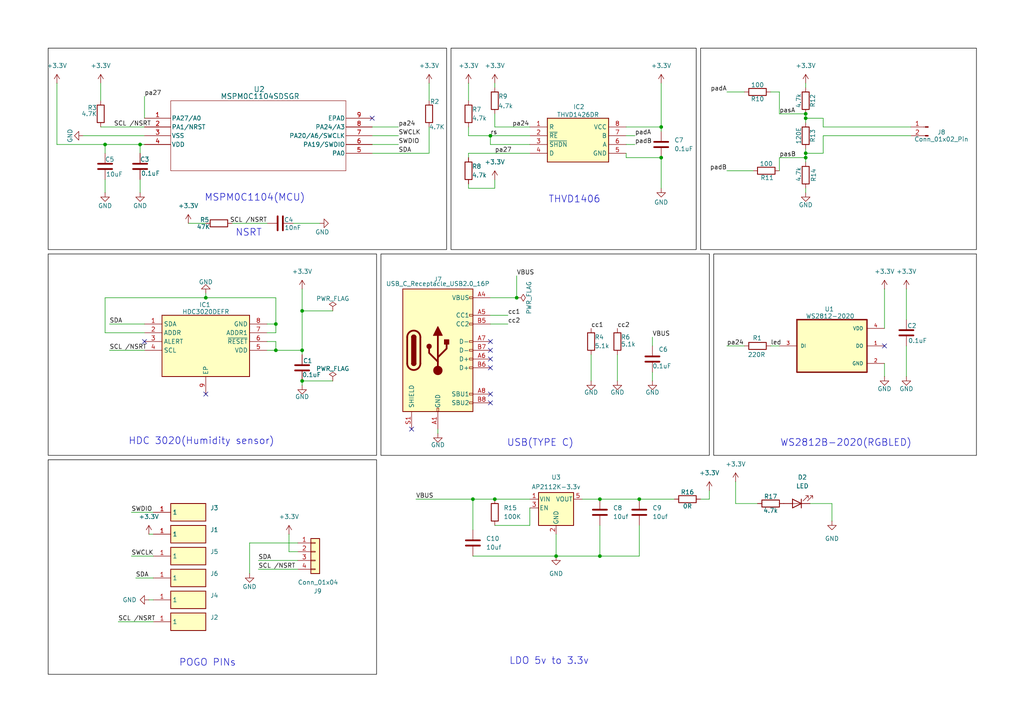
<source format=kicad_sch>
(kicad_sch (version 20250114) (generator "eeschema") (generator_version "9.0")
  (paper "A4")
  (title_block (title "MSPM0C1104_RS485") (date "2025-08-08") (company "PCB CUPID") (comment 1 "License :  CC BY - SA 4.0"))
  (lib_symbols
    (symbol "Connector:Conn_01x02_Pin" (pin_names (offset 1.016) (hide yes))
      (property "Reference" "J" (at 0 2.54 0))
      (property "Value" "Conn_01x02_Pin" (at 0 -5.08 0))
      (symbol "Conn_01x02_Pin_1_1"
        (rectangle (start 0.8636 0.127) (end 0 -0.127) (stroke (width 0.1524)) (fill (type outline)))
        (rectangle (start 0.8636 -2.413) (end 0 -2.667) (stroke (width 0.1524)) (fill (type outline)))
        (polyline (pts (xy 1.27 0) (xy 0.8636 0)) (stroke (width 0.1524)))
        (polyline (pts (xy 1.27 -2.54) (xy 0.8636 -2.54)) (stroke (width 0.1524)))
        (pin passive line (at 5.08 0 180) (length 3.81) (name "Pin_1") (number "1"))
        (pin passive line (at 5.08 -2.54 180) (length 3.81) (name "Pin_2") (number "2"))
      )
    )
    (symbol "Connector:USB_C_Receptacle_USB2.0_16P" (pin_names (offset 1.016))
      (property "Reference" "J" (at 0 22.225 0))
      (property "Value" "USB_C_Receptacle_USB2.0_16P" (at 0 19.685 0))
      (symbol "USB_C_Receptacle_USB2.0_16P_0_0"
        (rectangle (start -0.254 -17.78) (end 0.254 -16.764))
        (rectangle (start 10.16 15.494) (end 9.144 14.986))
        (rectangle (start 10.16 10.414) (end 9.144 9.906))
        (rectangle (start 10.16 7.874) (end 9.144 7.366))
        (rectangle (start 10.16 2.794) (end 9.144 2.286))
        (rectangle (start 10.16 0.254) (end 9.144 -0.254))
        (rectangle (start 10.16 -2.286) (end 9.144 -2.794))
        (rectangle (start 10.16 -4.826) (end 9.144 -5.334))
        (rectangle (start 10.16 -12.446) (end 9.144 -12.954))
        (rectangle (start 10.16 -14.986) (end 9.144 -15.494))
      )
      (symbol "USB_C_Receptacle_USB2.0_16P_0_1"
        (rectangle (start -10.16 17.78) (end 10.16 -17.78) (stroke (width 0.254)) (fill (type background)))
        (polyline (pts (xy -8.89 -3.81) (xy -8.89 3.81)) (stroke (width 0.508)))
        (rectangle (start -7.62 -3.81) (end -6.35 3.81) (stroke (width 0.254)) (fill (type outline)))
        (arc (start -7.62 3.81) (mid -6.985 4.4423) (end -6.35 3.81) (stroke (width 0.254)))
        (arc (start -7.62 3.81) (mid -6.985 4.4423) (end -6.35 3.81) (stroke (width 0.254)) (fill (type outline)))
        (arc (start -8.89 3.81) (mid -6.985 5.7067) (end -5.08 3.81) (stroke (width 0.508)))
        (arc (start -5.08 -3.81) (mid -6.985 -5.7067) (end -8.89 -3.81) (stroke (width 0.508)))
        (arc (start -6.35 -3.81) (mid -6.985 -4.4423) (end -7.62 -3.81) (stroke (width 0.254)))
        (arc (start -6.35 -3.81) (mid -6.985 -4.4423) (end -7.62 -3.81) (stroke (width 0.254)) (fill (type outline)))
        (polyline (pts (xy -5.08 3.81) (xy -5.08 -3.81)) (stroke (width 0.508)))
        (circle (center -2.54 1.143) (radius 0.635) (stroke (width 0.254)) (fill (type outline)))
        (polyline (pts (xy -1.27 4.318) (xy 0 6.858) (xy 1.27 4.318) (xy -1.27 4.318)) (stroke (width 0.254)) (fill (type outline)))
        (polyline (pts (xy 0 -2.032) (xy 2.54 0.508) (xy 2.54 1.778)) (stroke (width 0.508)))
        (polyline (pts (xy 0 -3.302) (xy -2.54 -0.762) (xy -2.54 0.508)) (stroke (width 0.508)))
        (polyline (pts (xy 0 -5.842) (xy 0 4.318)) (stroke (width 0.508)))
        (circle (center 0 -5.842) (radius 1.27) (fill (type outline)))
        (rectangle (start 1.905 1.778) (end 3.175 3.048) (stroke (width 0.254)) (fill (type outline)))
      )
      (symbol "USB_C_Receptacle_USB2.0_16P_1_1"
        (pin passive line (at -7.62 -22.86 90) (length 5.08) (name "SHIELD") (number "S1"))
        (pin passive line (at 0 -22.86 90) (length 5.08) (name "GND") (number "A1"))
        (pin passive line (at 0 -22.86 90) (length 5.08) (hide yes) (name "GND") (number "A12"))
        (pin passive line (at 0 -22.86 90) (length 5.08) (hide yes) (name "GND") (number "B1"))
        (pin passive line (at 0 -22.86 90) (length 5.08) (hide yes) (name "GND") (number "B12"))
        (pin passive line (at 15.24 15.24 180) (length 5.08) (name "VBUS") (number "A4"))
        (pin passive line (at 15.24 15.24 180) (length 5.08) (hide yes) (name "VBUS") (number "A9"))
        (pin passive line (at 15.24 15.24 180) (length 5.08) (hide yes) (name "VBUS") (number "B4"))
        (pin passive line (at 15.24 15.24 180) (length 5.08) (hide yes) (name "VBUS") (number "B9"))
        (pin bidirectional line (at 15.24 10.16 180) (length 5.08) (name "CC1") (number "A5"))
        (pin bidirectional line (at 15.24 7.62 180) (length 5.08) (name "CC2") (number "B5"))
        (pin bidirectional line (at 15.24 2.54 180) (length 5.08) (name "D-") (number "A7"))
        (pin bidirectional line (at 15.24 0 180) (length 5.08) (name "D-") (number "B7"))
        (pin bidirectional line (at 15.24 -2.54 180) (length 5.08) (name "D+") (number "A6"))
        (pin bidirectional line (at 15.24 -5.08 180) (length 5.08) (name "D+") (number "B6"))
        (pin bidirectional line (at 15.24 -12.7 180) (length 5.08) (name "SBU1") (number "A8"))
        (pin bidirectional line (at 15.24 -15.24 180) (length 5.08) (name "SBU2") (number "B8"))
      )
    )
    (symbol "Connector_Generic:Conn_01x04" (pin_names (offset 1.016) (hide yes))
      (property "Reference" "J" (at 0 5.08 0))
      (property "Value" "Conn_01x04" (at 0 -7.62 0))
      (symbol "Conn_01x04_1_1"
        (rectangle (start -1.27 3.81) (end 1.27 -6.35) (stroke (width 0.254)) (fill (type background)))
        (rectangle (start -1.27 2.667) (end 0 2.413) (stroke (width 0.1524)))
        (rectangle (start -1.27 0.127) (end 0 -0.127) (stroke (width 0.1524)))
        (rectangle (start -1.27 -2.413) (end 0 -2.667) (stroke (width 0.1524)))
        (rectangle (start -1.27 -4.953) (end 0 -5.207) (stroke (width 0.1524)))
        (pin passive line (at -5.08 2.54 0) (length 3.81) (name "Pin_1") (number "1"))
        (pin passive line (at -5.08 0 0) (length 3.81) (name "Pin_2") (number "2"))
        (pin passive line (at -5.08 -2.54 0) (length 3.81) (name "Pin_3") (number "3"))
        (pin passive line (at -5.08 -5.08 0) (length 3.81) (name "Pin_4") (number "4"))
      )
    )
    (symbol "Device:C" (pin_numbers (hide yes)) (pin_names (offset 0.254))
      (property "Reference" "C" (at 0.635 2.54 0))
      (property "Value" "C" (at 0.635 -2.54 0))
      (symbol "C_0_1"
        (polyline (pts (xy -2.032 0.762) (xy 2.032 0.762)) (stroke (width 0.508)))
        (polyline (pts (xy -2.032 -0.762) (xy 2.032 -0.762)) (stroke (width 0.508)))
      )
      (symbol "C_1_1"
        (pin passive line (at 0 3.81 270) (length 2.794) (name "~") (number "1"))
        (pin passive line (at 0 -3.81 90) (length 2.794) (name "~") (number "2"))
      )
    )
    (symbol "Device:LED" (pin_numbers (hide yes)) (pin_names (offset 1.016) (hide yes))
      (property "Reference" "D" (at 0 2.54 0))
      (property "Value" "LED" (at 0 -2.54 0))
      (symbol "LED_0_1"
        (polyline (pts (xy -3.048 -0.762) (xy -4.572 -2.286) (xy -3.81 -2.286) (xy -4.572 -2.286) (xy -4.572 -1.524)))
        (polyline (pts (xy -1.778 -0.762) (xy -3.302 -2.286) (xy -2.54 -2.286) (xy -3.302 -2.286) (xy -3.302 -1.524)))
        (polyline (pts (xy -1.27 0) (xy 1.27 0)))
        (polyline (pts (xy -1.27 -1.27) (xy -1.27 1.27)) (stroke (width 0.254)))
        (polyline (pts (xy 1.27 -1.27) (xy 1.27 1.27) (xy -1.27 0) (xy 1.27 -1.27)) (stroke (width 0.254)))
      )
      (symbol "LED_1_1"
        (pin passive line (at -3.81 0 0) (length 2.54) (name "K") (number "1"))
        (pin passive line (at 3.81 0 180) (length 2.54) (name "A") (number "2"))
      )
    )
    (symbol "Device:R" (pin_numbers (hide yes)) (pin_names (offset 0))
      (property "Reference" "R" (at 2.032 0 90))
      (property "Value" "R" (at 0 0 90))
      (symbol "R_0_1"
        (rectangle (start -1.016 -2.54) (end 1.016 2.54) (stroke (width 0.254)))
      )
      (symbol "R_1_1"
        (pin passive line (at 0 3.81 270) (length 1.27) (name "~") (number "1"))
        (pin passive line (at 0 -3.81 90) (length 1.27) (name "~") (number "2"))
      )
    )
    (symbol "HDC3020DPER:HDC3020DEFR"
      (property "Reference" "IC" (at 31.75 7.62 0))
      (property "Value" "HDC3020DEFR" (at 31.75 5.08 0))
      (symbol "HDC3020DEFR_1_1"
        (rectangle (start 5.08 2.54) (end 30.48 -15.24) (stroke (width 0.254)) (fill (type background)))
        (pin passive line (at 0 0 0) (length 5.08) (name "SDA") (number "1"))
        (pin passive line (at 0 -2.54 0) (length 5.08) (name "ADDR") (number "2"))
        (pin passive line (at 0 -5.08 0) (length 5.08) (name "ALERT") (number "3"))
        (pin passive line (at 0 -7.62 0) (length 5.08) (name "SCL") (number "4"))
        (pin passive line (at 17.78 -20.32 90) (length 5.08) (name "EP") (number "9"))
        (pin passive line (at 35.56 0 180) (length 5.08) (name "GND") (number "8"))
        (pin passive line (at 35.56 -2.54 180) (length 5.08) (name "ADDR1") (number "7"))
        (pin passive line (at 35.56 -5.08 180) (length 5.08) (name "~{RESET}") (number "6"))
        (pin passive line (at 35.56 -7.62 180) (length 5.08) (name "VDD") (number "5"))
      )
    )
    (symbol "RGB_LED_WS2812-2020:WS2812-2020" (pin_names (offset 1.016))
      (property "Reference" "U" (at -10.16 7.62 0))
      (property "Value" "WS2812-2020" (at -10.16 -10.16 0))
      (symbol "WS2812-2020_0_0"
        (rectangle (start -10.16 -7.62) (end 10.16 7.62) (stroke (width 0.4064)) (fill (type background)))
        (pin input line (at -15.24 0 0) (length 5.08) (name "DI") (number "3"))
        (pin power_in line (at 15.24 5.08 180) (length 5.08) (name "VDD") (number "4"))
        (pin output line (at 15.24 0 180) (length 5.08) (name "DO") (number "1"))
        (pin power_in line (at 15.24 -5.08 180) (length 5.08) (name "GND") (number "2"))
      )
    )
    (symbol "Regulator_Linear:AP2112K-3.3" (pin_names (offset 0.254))
      (property "Reference" "U" (at -5.08 5.715 0))
      (property "Value" "AP2112K-3.3" (at 0 5.715 0))
      (symbol "AP2112K-3.3_0_1"
        (rectangle (start -5.08 4.445) (end 5.08 -5.08) (stroke (width 0.254)) (fill (type background)))
      )
      (symbol "AP2112K-3.3_1_1"
        (pin power_in line (at -7.62 2.54 0) (length 2.54) (name "VIN") (number "1"))
        (pin input line (at -7.62 0 0) (length 2.54) (name "EN") (number "3"))
        (pin power_in line (at 0 -7.62 90) (length 2.54) (name "GND") (number "2"))
        (pin no_connect line (at 5.08 0 180) (length 2.54) (hide yes) (name "NC") (number "4"))
        (pin power_out line (at 7.62 2.54 180) (length 2.54) (name "VOUT") (number "5"))
      )
    )
    (symbol "THVD1406 TI:THVD1426DR"
      (property "Reference" "IC" (at 24.13 7.62 0))
      (property "Value" "THVD1426DR" (at 24.13 5.08 0))
      (symbol "THVD1426DR_1_1"
        (rectangle (start 5.08 2.54) (end 22.86 -10.16) (stroke (width 0.254)) (fill (type background)))
        (pin passive line (at 0 0 0) (length 5.08) (name "R") (number "1"))
        (pin passive line (at 0 -2.54 0) (length 5.08) (name "~{RE}") (number "2"))
        (pin passive line (at 0 -5.08 0) (length 5.08) (name "~{SHDN}") (number "3"))
        (pin passive line (at 0 -7.62 0) (length 5.08) (name "D") (number "4"))
        (pin passive line (at 27.94 0 180) (length 5.08) (name "VCC") (number "8"))
        (pin passive line (at 27.94 -2.54 180) (length 5.08) (name "B") (number "7"))
        (pin passive line (at 27.94 -5.08 180) (length 5.08) (name "A") (number "6"))
        (pin passive line (at 27.94 -7.62 180) (length 5.08) (name "GND") (number "5"))
      )
    )
    (symbol "mcu_mspwson:MSPM0C1104SDSGR" (pin_names (offset 0.254))
      (property "Reference" "U" (at 33.02 10.16 0))
      (property "Value" "MSPM0C1104SDSGR" (at 33.02 7.62 0))
      (symbol "MSPM0C1104SDSGR_0_1"
        (polyline (pts (xy 7.62 5.08) (xy 7.62 -15.24)) (stroke (width 0.127)))
        (polyline (pts (xy 7.62 -15.24) (xy 58.42 -15.24)) (stroke (width 0.127)))
        (polyline (pts (xy 58.42 5.08) (xy 7.62 5.08)) (stroke (width 0.127)))
        (polyline (pts (xy 58.42 -15.24) (xy 58.42 5.08)) (stroke (width 0.127)))
        (pin bidirectional line (at 0 0 0) (length 7.62) (name "PA27/A0") (number "1"))
        (pin bidirectional line (at 0 -2.54 0) (length 7.62) (name "PA1/NRST") (number "2"))
        (pin power_in line (at 0 -5.08 0) (length 7.62) (name "VSS") (number "3"))
        (pin power_in line (at 0 -7.62 0) (length 7.62) (name "VDD") (number "4"))
        (pin power_out line (at 66.04 0 180) (length 7.62) (name "EPAD") (number "9"))
        (pin bidirectional line (at 66.04 -2.54 180) (length 7.62) (name "PA24/A3") (number "8"))
        (pin bidirectional line (at 66.04 -5.08 180) (length 7.62) (name "PA20/A6/SWCLK") (number "7"))
        (pin bidirectional line (at 66.04 -7.62 180) (length 7.62) (name "PA19/SWDIO") (number "6"))
        (pin bidirectional line (at 66.04 -10.16 180) (length 7.62) (name "PA0") (number "5"))
      )
    )
    (symbol "pogosmdconn1.0x:0950-0-15-20-64-14-11-0"
      (property "Reference" "J" (at 16.51 7.62 0))
      (property "Value" "0950-0-15-20-64-14-11-0" (at 16.51 5.08 0))
      (symbol "0950-0-15-20-64-14-11-0_1_1"
        (rectangle (start 5.08 2.54) (end 15.24 -2.54) (stroke (width 0.254)) (fill (type background)))
        (pin passive line (at 0 0 0) (length 5.08) (name "1") (number "1"))
      )
    )
    (symbol "power:+3.3V" (power) (pin_numbers (hide yes)) (pin_names (offset 0) (hide yes))
      (property "Value" "+3.3V" (at 0 3.556 0))
      (symbol "+3.3V_0_1"
        (polyline (pts (xy -0.762 1.27) (xy 0 2.54)))
        (polyline (pts (xy 0 2.54) (xy 0.762 1.27)))
        (polyline (pts (xy 0 0) (xy 0 2.54)))
      )
      (symbol "+3.3V_1_1"
        (pin power_in line (at 0 0 90) (length 0) (name "~") (number "1"))
      )
    )
    (symbol "power:GND" (power) (pin_numbers (hide yes)) (pin_names (offset 0) (hide yes))
      (property "Value" "GND" (at 0 -3.81 0))
      (symbol "GND_0_1"
        (polyline (pts (xy 0 0) (xy 0 -1.27) (xy 1.27 -1.27) (xy 0 -2.54) (xy -1.27 -1.27) (xy 0 -1.27)))
      )
      (symbol "GND_1_1"
        (pin power_in line (at 0 0 270) (length 0) (name "~") (number "1"))
      )
    )
    (symbol "power:PWR_FLAG" (power) (pin_numbers (hide yes)) (pin_names (offset 0) (hide yes))
      (property "Value" "PWR_FLAG" (at 0 3.81 0))
      (symbol "PWR_FLAG_0_0"
        (pin power_out line (at 0 0 90) (length 0) (name "~") (number "1"))
      )
      (symbol "PWR_FLAG_0_1"
        (polyline (pts (xy 0 0) (xy 0 1.27) (xy -1.016 1.905) (xy 0 2.54) (xy 1.016 1.905) (xy 0 1.27)))
      )
    )
  )
  (rectangle (start 13.97 13.97) (end 129.54 72.39) (stroke (width 0) (color 0 0 0 1)))
  (rectangle (start 13.97 133.35) (end 109.22 195.58) (stroke (width 0) (color 0 0 0 1)))
  (rectangle (start 203.2 13.97) (end 283.21 72.39) (stroke (width 0) (color 0 0 0 1)))
  (rectangle (start 130.81 13.97) (end 201.93 72.39) (stroke (width 0) (color 0 0 0 1)))
  (rectangle (start 13.97 73.66) (end 109.22 132.08) (stroke (width 0) (color 0 0 0 1)))
  (rectangle (start 110.49 73.66) (end 205.74 132.08) (stroke (width 0) (color 0 0 0 1)))
  (rectangle (start 207.01 73.66) (end 283.21 132.08) (stroke (width 0) (color 0 0 0 1)))
  (text "USB(TYPE C)" (at 156.718 128.524 0) (effects (font (size 2 2))))
  (text "LDO 5v to 3.3v" (at 159.258 191.77 0) (effects (font (size 2 2))))
  (text "MSPM0C1104(MCU)" (at 73.914 57.404 0) (effects (font (size 2 2))))
  (text "THVD1406" (at 166.624 57.912 0) (effects (font (size 2 2))))
  (text "WS2812B-2020(RGBLED)" (at 245.364 128.524 0) (effects (font (size 2 2))))
  (text "NSRT" (at 72.136 67.564 0) (effects (font (size 2 2))))
  (text "POGO PINs\n" (at 60.198 192.278 0) (effects (font (size 2 2))))
  (text "HDC 3020(Humidity sensor)" (at 58.42 128.016 0) (effects (font (size 2 2))))
  (junction (at 191.77 36.83))
  (junction (at 191.77 45.72))
  (junction (at 59.69 86.36))
  (junction (at 143.51 144.78))
  (junction (at 149.86 86.36))
  (junction (at 137.16 144.78))
  (junction (at 233.68 34.29))
  (junction (at 233.68 45.72))
  (junction (at 142.24 39.37))
  (junction (at 233.68 44.45))
  (junction (at 40.64 41.91))
  (junction (at 161.29 161.29))
  (junction (at 87.63 101.6))
  (junction (at 233.68 33.02))
  (junction (at 80.01 101.6))
  (junction (at 173.99 144.78))
  (junction (at 30.48 41.91))
  (junction (at 173.99 161.29))
  (junction (at 87.63 90.17))
  (junction (at 87.63 110.49))
  (junction (at 80.01 93.98))
  (junction (at 185.42 144.78))
  (no_connect (at 142.24 104.14))
  (no_connect (at 107.95 34.29))
  (no_connect (at 142.24 114.3))
  (no_connect (at 142.24 106.68))
  (no_connect (at 142.24 99.06))
  (no_connect (at 142.24 101.6))
  (no_connect (at 256.54 100.33))
  (no_connect (at 59.69 114.3))
  (no_connect (at 142.24 116.84))
  (no_connect (at 41.91 99.06))
  (no_connect (at 119.38 124.46))
  (wire (pts (xy 43.18 173.99) (xy 44.45 173.99)))
  (wire (pts (xy 143.51 152.4) (xy 153.67 152.4)))
  (wire (pts (xy 87.63 111.76) (xy 87.63 110.49)))
  (wire (pts (xy 168.91 144.78) (xy 173.99 144.78)))
  (wire (pts (xy 191.77 36.83) (xy 191.77 38.1)))
  (wire (pts (xy 238.76 36.83) (xy 264.16 36.83)))
  (wire (pts (xy 143.51 144.78) (xy 153.67 144.78)))
  (wire (pts (xy 80.01 86.36) (xy 59.69 86.36)))
  (wire (pts (xy 142.24 41.91) (xy 153.67 41.91)))
  (wire (pts (xy 181.61 36.83) (xy 191.77 36.83)))
  (wire (pts (xy 238.76 39.37) (xy 264.16 39.37)))
  (wire (pts (xy 54.61 64.77) (xy 59.69 64.77)))
  (wire (pts (xy 171.45 102.87) (xy 171.45 110.49)))
  (wire (pts (xy 262.89 83.82) (xy 262.89 92.71)))
  (wire (pts (xy 256.54 109.22) (xy 256.54 105.41)))
  (wire (pts (xy 142.24 91.44) (xy 147.32 91.44)))
  (wire (pts (xy 173.99 144.78) (xy 185.42 144.78)))
  (wire (pts (xy 74.93 165.1) (xy 86.36 165.1)))
  (wire (pts (xy 181.61 45.72) (xy 191.77 45.72)))
  (wire (pts (xy 189.23 97.79) (xy 189.23 100.33)))
  (wire (pts (xy 238.76 44.45) (xy 233.68 44.45)))
  (wire (pts (xy 77.47 93.98) (xy 80.01 93.98)))
  (wire (pts (xy 238.76 36.83) (xy 238.76 34.29)))
  (wire (pts (xy 80.01 93.98) (xy 80.01 96.52)))
  (wire (pts (xy 40.64 55.88) (xy 40.64 52.07)))
  (wire (pts (xy 29.21 24.13) (xy 29.21 29.21)))
  (wire (pts (xy 226.06 26.67) (xy 226.06 33.02)))
  (wire (pts (xy 226.06 45.72) (xy 233.68 45.72)))
  (wire (pts (xy 80.01 99.06) (xy 80.01 101.6)))
  (wire (pts (xy 161.29 154.94) (xy 161.29 161.29)))
  (wire (pts (xy 233.68 43.18) (xy 233.68 44.45)))
  (wire (pts (xy 238.76 39.37) (xy 238.76 44.45)))
  (wire (pts (xy 107.95 41.91) (xy 115.57 41.91)))
  (wire (pts (xy 233.68 34.29) (xy 233.68 35.56)))
  (wire (pts (xy 135.89 54.61) (xy 143.51 54.61)))
  (wire (pts (xy 39.37 167.64) (xy 44.45 167.64)))
  (wire (pts (xy 38.1 161.29) (xy 44.45 161.29)))
  (wire (pts (xy 38.1 148.59) (xy 44.45 148.59)))
  (wire (pts (xy 226.06 33.02) (xy 233.68 33.02)))
  (wire (pts (xy 233.68 54.61) (xy 233.68 55.88)))
  (wire (pts (xy 137.16 144.78) (xy 137.16 153.67)))
  (wire (pts (xy 77.47 96.52) (xy 80.01 96.52)))
  (wire (pts (xy 80.01 86.36) (xy 80.01 93.98)))
  (wire (pts (xy 238.76 34.29) (xy 233.68 34.29)))
  (wire (pts (xy 135.89 44.45) (xy 135.89 45.72)))
  (wire (pts (xy 96.52 90.17) (xy 87.63 90.17)))
  (wire (pts (xy 223.52 100.33) (xy 226.06 100.33)))
  (wire (pts (xy 40.64 41.91) (xy 41.91 41.91)))
  (wire (pts (xy 233.68 33.02) (xy 233.68 34.29)))
  (wire (pts (xy 29.21 36.83) (xy 41.91 36.83)))
  (wire (pts (xy 120.65 144.78) (xy 137.16 144.78)))
  (wire (pts (xy 30.48 41.91) (xy 30.48 44.45)))
  (wire (pts (xy 77.47 101.6) (xy 80.01 101.6)))
  (wire (pts (xy 34.29 180.34) (xy 44.45 180.34)))
  (wire (pts (xy 181.61 41.91) (xy 184.15 41.91)))
  (wire (pts (xy 87.63 83.82) (xy 87.63 90.17)))
  (wire (pts (xy 191.77 54.61) (xy 191.77 45.72)))
  (wire (pts (xy 181.61 39.37) (xy 184.15 39.37)))
  (wire (pts (xy 215.9 26.67) (xy 210.82 26.67)))
  (wire (pts (xy 31.75 101.6) (xy 41.91 101.6)))
  (wire (pts (xy 59.69 86.36) (xy 30.48 86.36)))
  (wire (pts (xy 67.31 64.77) (xy 77.47 64.77)))
  (wire (pts (xy 185.42 152.4) (xy 185.42 161.29)))
  (wire (pts (xy 135.89 53.34) (xy 135.89 54.61)))
  (wire (pts (xy 41.91 27.94) (xy 41.91 34.29)))
  (wire (pts (xy 96.52 110.49) (xy 87.63 110.49)))
  (wire (pts (xy 135.89 44.45) (xy 153.67 44.45)))
  (wire (pts (xy 191.77 24.13) (xy 191.77 36.83)))
  (wire (pts (xy 233.68 45.72) (xy 233.68 46.99)))
  (wire (pts (xy 135.89 36.83) (xy 135.89 39.37)))
  (wire (pts (xy 74.93 162.56) (xy 86.36 162.56)))
  (wire (pts (xy 30.48 41.91) (xy 40.64 41.91)))
  (wire (pts (xy 86.36 160.02) (xy 83.82 160.02)))
  (wire (pts (xy 30.48 55.88) (xy 30.48 52.07)))
  (wire (pts (xy 142.24 93.98) (xy 147.32 93.98)))
  (wire (pts (xy 233.68 44.45) (xy 233.68 45.72)))
  (wire (pts (xy 143.51 33.02) (xy 143.51 36.83)))
  (wire (pts (xy 127 125.73) (xy 127 124.46)))
  (wire (pts (xy 77.47 99.06) (xy 80.01 99.06)))
  (wire (pts (xy 124.46 24.13) (xy 124.46 29.21)))
  (wire (pts (xy 107.95 39.37) (xy 115.57 39.37)))
  (wire (pts (xy 24.13 39.37) (xy 41.91 39.37)))
  (wire (pts (xy 87.63 90.17) (xy 87.63 101.6)))
  (wire (pts (xy 161.29 161.29) (xy 173.99 161.29)))
  (wire (pts (xy 262.89 109.22) (xy 262.89 100.33)))
  (wire (pts (xy 153.67 39.37) (xy 142.24 39.37)))
  (wire (pts (xy 143.51 54.61) (xy 143.51 52.07)))
  (wire (pts (xy 135.89 24.13) (xy 135.89 29.21)))
  (wire (pts (xy 31.75 93.98) (xy 41.91 93.98)))
  (wire (pts (xy 143.51 24.13) (xy 143.51 25.4)))
  (wire (pts (xy 205.74 142.24) (xy 205.74 144.78)))
  (wire (pts (xy 205.74 144.78) (xy 203.2 144.78)))
  (wire (pts (xy 137.16 144.78) (xy 143.51 144.78)))
  (wire (pts (xy 149.86 86.36) (xy 149.86 80.01)))
  (wire (pts (xy 143.51 36.83) (xy 153.67 36.83)))
  (wire (pts (xy 218.44 49.53) (xy 210.82 49.53)))
  (wire (pts (xy 85.09 64.77) (xy 92.71 64.77)))
  (wire (pts (xy 234.95 146.05) (xy 241.3 146.05)))
  (wire (pts (xy 219.71 146.05) (xy 213.36 146.05)))
  (wire (pts (xy 16.51 41.91) (xy 30.48 41.91)))
  (wire (pts (xy 30.48 96.52) (xy 41.91 96.52)))
  (wire (pts (xy 43.18 154.94) (xy 44.45 154.94)))
  (wire (pts (xy 80.01 101.6) (xy 87.63 101.6)))
  (wire (pts (xy 256.54 83.82) (xy 256.54 95.25)))
  (wire (pts (xy 40.64 44.45) (xy 40.64 41.91)))
  (wire (pts (xy 153.67 152.4) (xy 153.67 147.32)))
  (wire (pts (xy 59.69 85.09) (xy 59.69 86.36)))
  (wire (pts (xy 185.42 144.78) (xy 195.58 144.78)))
  (wire (pts (xy 72.39 157.48) (xy 72.39 166.37)))
  (wire (pts (xy 137.16 161.29) (xy 161.29 161.29)))
  (wire (pts (xy 16.51 24.13) (xy 16.51 41.91)))
  (wire (pts (xy 142.24 39.37) (xy 142.24 41.91)))
  (wire (pts (xy 87.63 102.87) (xy 87.63 101.6)))
  (wire (pts (xy 213.36 139.7) (xy 213.36 146.05)))
  (wire (pts (xy 223.52 26.67) (xy 226.06 26.67)))
  (wire (pts (xy 179.07 102.87) (xy 179.07 110.49)))
  (wire (pts (xy 173.99 161.29) (xy 185.42 161.29)))
  (wire (pts (xy 142.24 39.37) (xy 135.89 39.37)))
  (wire (pts (xy 107.95 36.83) (xy 115.57 36.83)))
  (wire (pts (xy 30.48 86.36) (xy 30.48 96.52)))
  (wire (pts (xy 86.36 157.48) (xy 72.39 157.48)))
  (wire (pts (xy 107.95 44.45) (xy 124.46 44.45)))
  (wire (pts (xy 226.06 45.72) (xy 226.06 49.53)))
  (wire (pts (xy 241.3 146.05) (xy 241.3 151.13)))
  (wire (pts (xy 173.99 152.4) (xy 173.99 161.29)))
  (wire (pts (xy 233.68 24.13) (xy 233.68 25.4)))
  (wire (pts (xy 181.61 45.72) (xy 181.61 44.45)))
  (wire (pts (xy 124.46 36.83) (xy 124.46 44.45)))
  (wire (pts (xy 189.23 110.49) (xy 189.23 107.95)))
  (wire (pts (xy 83.82 154.94) (xy 83.82 160.02)))
  (wire (pts (xy 210.82 100.33) (xy 215.9 100.33)))
  (wire (pts (xy 142.24 86.36) (xy 149.86 86.36)))
  (label "pa27" (at 41.91 27.94 0))
  (label "SDA" (at 39.37 167.64 0))
  (label "SCL {slash}NSRT" (at 74.93 165.1 0))
  (label "SDA" (at 115.57 44.45 0))
  (label "SCL {slash}NSRT" (at 31.75 101.6 0))
  (label "cc2" (at 179.07 95.25 0))
  (label "pasB" (at 226.06 45.72 0))
  (label "pa24" (at 210.82 100.33 0))
  (label "padA" (at 210.82 26.67 180))
  (label "cc1" (at 171.45 95.25 0))
  (label "SCL {slash}NSRT" (at 34.29 180.34 0))
  (label "cc2" (at 147.32 93.98 0))
  (label "rs" (at 142.24 39.37 0))
  (label "padB" (at 210.82 49.53 180))
  (label "VBUS" (at 189.23 97.79 0))
  (label "SDA" (at 74.93 162.56 0))
  (label "padB" (at 184.15 41.91 0))
  (label "led" (at 223.52 100.33 0))
  (label "pa24" (at 115.57 36.83 0))
  (label "VBUS" (at 149.86 80.01 0))
  (label "SDA" (at 31.75 93.98 0))
  (label "pa24" (at 148.59 36.83 0))
  (label "VBUS" (at 120.65 144.78 0))
  (label "SWDIO" (at 38.1 148.59 0))
  (label "SWCLK" (at 38.1 161.29 0))
  (label "SCL {slash}NSRT" (at 77.47 64.77 180))
  (label "SWDIO" (at 115.57 41.91 0))
  (label "SWCLK" (at 115.57 39.37 0))
  (label "SCL {slash}NSRT" (at 33.02 36.83 0))
  (label "pa27" (at 143.51 44.45 0))
  (label "pasA" (at 226.06 33.02 0))
  (label "padA" (at 184.15 39.37 0))
  (label "cc1" (at 147.32 91.44 0))
  (symbol (lib_id "power:+3.3V") (at 262.89 83.82 0) (unit 1)
    (property "Reference" "#PWR021" (effects (hide yes)))
    (property "Value" "+3.3V" (at 262.89 78.74 0))
    (property "Description" "Power symbol creates a global label with name \"+3.3V\"" (effects (hide yes)))
  )
  (symbol (lib_id "Device:R") (at 222.25 49.53 90) (unit 1)
    (property "Reference" "R11" (at 222.504 51.562 90))
    (property "Value" "100" (at 222.25 47.498 90))
    (property "Footprint" "Resistor_SMD:R_0402_1005Metric" (effects (hide yes)))
    (property "Description" "Resistor" (effects (hide yes)))
  )
  (symbol (lib_id "power:+3.3V") (at 87.63 83.82 0) (unit 1)
    (property "Reference" "#PWR05" (effects (hide yes)))
    (property "Value" "+3.3V" (at 87.63 78.74 0))
    (property "Description" "Power symbol creates a global label with name \"+3.3V\"" (effects (hide yes)))
  )
  (symbol (lib_id "Device:C") (at 87.63 106.68 0) (unit 1)
    (property "Reference" "C1" (at 87.884 104.648 0) (effects (justify left)))
    (property "Value" "0.1uF" (at 87.63 108.712 0) (effects (justify left)))
    (property "Footprint" "Capacitor_SMD:C_0402_1005Metric" (effects (hide yes)))
    (property "Description" "Unpolarized capacitor" (effects (hide yes)))
  )
  (symbol (lib_id "Device:R") (at 171.45 99.06 0) (unit 1)
    (property "Reference" "R4" (at 172.466 97.79 0) (effects (justify left)))
    (property "Value" "5.1k" (at 172.466 100.33 0) (effects (justify left)))
    (property "Footprint" "Resistor_SMD:R_0402_1005Metric" (effects (hide yes)))
    (property "Description" "Resistor" (effects (hide yes)))
  )
  (symbol (lib_id "Device:R") (at 233.68 50.8 180) (unit 1)
    (property "Reference" "R14" (at 235.966 50.8 90))
    (property "Value" "4.7k" (at 231.648 50.546 90))
    (property "Footprint" "Resistor_SMD:R_0402_1005Metric" (effects (hide yes)))
    (property "Description" "Resistor" (effects (hide yes)))
  )
  (symbol (lib_id "power:+3.3V") (at 124.46 24.13 0) (unit 1)
    (property "Reference" "#PWR025" (effects (hide yes)))
    (property "Value" "+3.3V" (at 124.46 19.05 0))
    (property "Description" "Power symbol creates a global label with name \"+3.3V\"" (effects (hide yes)))
  )
  (symbol (lib_id "power:GND") (at 241.3 151.13 0) (unit 1)
    (property "Reference" "#PWR030" (effects (hide yes)))
    (property "Value" "GND" (at 241.3 156.21 0))
    (property "Description" "Power symbol creates a global label with name \"GND\" , ground" (effects (hide yes)))
  )
  (symbol (lib_id "pogosmdconn1.0x:0950-0-15-20-64-14-11-0") (at 44.45 154.94 0) (unit 1)
    (property "Reference" "J1" (at 60.96 153.6699 0) (effects (justify left)))
    (property "Value" "0950-0-15-20-64-14-11-0" (effects (hide yes)))
    (property "Footprint" "TestPoint:TestPoint_Pad_D1.0mm" (effects (hide yes)))
    (property "Datasheet" "https://www.mill-max.com/products/datasheet/pinsrecs/0950-0-15-20-64-14-11-0" (effects (hide yes)))
    (property "Description" "Terminals Low Profile SMT Spring-Loaded Pin, No Tail" (effects (hide yes)))
    (property "Height" "4.35" (effects (hide yes)))
    (property "Mouser Part Number" "575-950015206414110" (effects (hide yes)))
    (property "Mouser Price/Stock" "https://www.mouser.co.uk/ProductDetail/Mill-Max/0950-0-15-20-64-14-11-0?qs=Rp5uXu7WBW9LG1wC%2F4qaxA%3D%3D" (effects (hide yes)))
    (property "Manufacturer_Name" "Mill-Max" (effects (hide yes)))
    (property "Manufacturer_Part_Number" "0950-0-15-20-64-14-11-0" (effects (hide yes)))
  )
  (symbol (lib_id "Connector:USB_C_Receptacle_USB2.0_16P") (at 127 101.6 0) (unit 1)
    (property "Reference" "J7" (at 127 81.026 0))
    (property "Value" "USB_C_Receptacle_USB2.0_16P" (at 127 82.296 0))
    (property "Footprint" "Connector_USB:USB_C_Receptacle_Palconn_UTC16-G" (effects (hide yes)))
    (property "Datasheet" "https://www.usb.org/sites/default/files/documents/usb_type-c.zip" (effects (hide yes)))
    (property "Description" "USB 2.0-only 16P Type-C Receptacle connector" (effects (hide yes)))
  )
  (symbol (lib_id "power:+3.3V") (at 205.74 142.24 0) (unit 1)
    (property "Reference" "#PWR032" (effects (hide yes)))
    (property "Value" "+3.3V" (at 205.74 137.16 0))
    (property "Description" "Power symbol creates a global label with name \"+3.3V\"" (effects (hide yes)))
  )
  (symbol (lib_id "power:GND") (at 256.54 109.22 0) (unit 1)
    (property "Reference" "#PWR014" (effects (hide yes)))
    (property "Value" "GND" (at 256.54 112.776 0))
    (property "Description" "Power symbol creates a global label with name \"GND\" , ground" (effects (hide yes)))
  )
  (symbol (lib_id "power:+3.3V") (at 191.77 24.13 0) (unit 1)
    (property "Reference" "#PWR028" (effects (hide yes)))
    (property "Value" "+3.3V" (at 191.77 19.05 0))
    (property "Description" "Power symbol creates a global label with name \"+3.3V\"" (effects (hide yes)))
  )
  (symbol (lib_id "Regulator_Linear:AP2112K-3.3") (at 161.29 147.32 0) (unit 1)
    (property "Reference" "U3" (at 161.29 138.43 0))
    (property "Value" "AP2112K-3.3v" (at 161.29 141.224 0))
    (property "Footprint" "Package_TO_SOT_SMD:SOT-23-5" (effects (hide yes)))
    (property "Datasheet" "https://www.diodes.com/assets/Datasheets/AP2112.pdf" (effects (hide yes)))
    (property "Description" "600mA low dropout linear regulator, with enable pin, 3.8V-6V input voltage range, 3.3V fixed positive output, SOT-23-5" (effects (hide yes)))
  )
  (symbol (lib_id "power:GND") (at 233.68 55.88 0) (unit 1)
    (property "Reference" "#PWR031" (effects (hide yes)))
    (property "Value" "GND" (at 233.68 59.436 0))
    (property "Description" "Power symbol creates a global label with name \"GND\" , ground" (effects (hide yes)))
  )
  (symbol (lib_id "THVD1406 TI:THVD1426DR") (at 153.67 36.83 0) (unit 1)
    (property "Reference" "IC2" (at 167.894 30.988 0))
    (property "Value" "THVD1426DR" (at 167.64 33.274 0))
    (property "Footprint" "pcp-kicad_lib:THVD1426DR" (effects (hide yes)))
    (property "Datasheet" "https://www.ti.com/jp/lit/ds/symlink/thvd1426.pdf?ts=1676878246969&ref_url=https%253A%252F%252Fwww.ti.com%252Fproduct%252Fja-jp%252FTHVD1426" (effects (hide yes)))
    (property "Description" "RS-422/RS-485 Interface IC 3.3-V to 5-V 12-Mbps half-duplex RS-485 transceiver auto-direction control &plusmn;12-kV IEC ESD" (effects (hide yes)))
    (property "Height" "1.75" (effects (hide yes)))
    (property "Mouser Part Number" "595-THVD1426DR" (effects (hide yes)))
    (property "Mouser Price/Stock" "https://www.mouser.co.uk/ProductDetail/Texas-Instruments/THVD1426DR?qs=Li%252BoUPsLEnvtMAmClTMmaw%3D%3D" (effects (hide yes)))
    (property "Manufacturer_Name" "Texas Instruments" (effects (hide yes)))
    (property "Manufacturer_Part_Number" "THVD1426DR" (effects (hide yes)))
  )
  (symbol (lib_id "power:GND") (at 72.39 166.37 0) (unit 1)
    (property "Reference" "#PWR016" (effects (hide yes)))
    (property "Value" "GND" (at 74.422 170.18 0) (effects (justify right)))
    (property "Description" "Power symbol creates a global label with name \"GND\" , ground" (effects (hide yes)))
  )
  (symbol (lib_id "power:GND") (at 43.18 173.99 270) (unit 1)
    (property "Reference" "#PWR012" (effects (hide yes)))
    (property "Value" "GND" (at 39.624 173.99 90) (effects (justify right)))
    (property "Description" "Power symbol creates a global label with name \"GND\" , ground" (effects (hide yes)))
  )
  (symbol (lib_id "Device:R") (at 233.68 39.37 180) (unit 1)
    (property "Reference" "R13" (at 235.712 39.37 90))
    (property "Value" "120E" (at 231.648 39.37 90))
    (property "Footprint" "Resistor_SMD:R_0402_1005Metric" (effects (hide yes)))
    (property "Description" "Resistor" (effects (hide yes)))
  )
  (symbol (lib_id "power:+3.3V") (at 213.36 139.7 0) (unit 1)
    (property "Reference" "#PWR036" (effects (hide yes)))
    (property "Value" "+3.3V" (at 213.36 134.62 0))
    (property "Description" "Power symbol creates a global label with name \"+3.3V\"" (effects (hide yes)))
  )
  (symbol (lib_id "RGB_LED_WS2812-2020:WS2812-2020") (at 241.3 100.33 0) (unit 1)
    (property "Reference" "U1" (at 240.538 89.662 0))
    (property "Value" "WS2812-2020" (at 240.792 91.694 0))
    (property "Footprint" "pcp-kicad_lib:LED_WS2812-2020" (effects (hide yes)))
    (property "MF" "Worldsemi" (effects (hide yes)))
    (property "MAXIMUM_PACKAGE_HEIGHT" "0.84 mm" (effects (hide yes)))
    (property "Package" "Package" (effects (hide yes)))
    (property "Price" "None" (effects (hide yes)))
    (property "Check_prices" "https://www.snapeda.com/parts/WS2812-2020/Worldsemi/view-part/?ref=eda" (effects (hide yes)))
    (property "STANDARD" "Manufacturer Recommendations" (effects (hide yes)))
    (property "PARTREV" "V1.3" (effects (hide yes)))
    (property "SnapEDA_Link" "https://www.snapeda.com/parts/WS2812-2020/Worldsemi/view-part/?ref=snap" (effects (hide yes)))
    (property "MP" "WS2812-2020" (effects (hide yes)))
    (property "Description_1" "Intelligent control LED light source, SMD-4" (effects (hide yes)))
    (property "MANUFACTURER" "Worldsemi" (effects (hide yes)))
    (property "Availability" "Not in stock" (effects (hide yes)))
    (property "SNAPEDA_PN" "WS2812-2020" (effects (hide yes)))
  )
  (symbol (lib_id "Device:R") (at 233.68 29.21 180) (unit 1)
    (property "Reference" "R12" (at 235.712 29.21 90))
    (property "Value" "4.7k" (at 231.648 29.21 90))
    (property "Footprint" "Resistor_SMD:R_0402_1005Metric" (effects (hide yes)))
    (property "Description" "Resistor" (effects (hide yes)))
  )
  (symbol (lib_id "Device:C") (at 262.89 96.52 0) (unit 1)
    (property "Reference" "C2" (at 263.144 94.488 0) (effects (justify left)))
    (property "Value" "0.1uF" (at 263.398 98.806 0) (effects (justify left)))
    (property "Footprint" "Capacitor_SMD:C_0402_1005Metric" (effects (hide yes)))
    (property "Description" "Unpolarized capacitor" (effects (hide yes)))
  )
  (symbol (lib_id "power:GND") (at 171.45 110.49 0) (unit 1)
    (property "Reference" "#PWR017" (effects (hide yes)))
    (property "Value" "GND" (at 171.45 113.792 0))
    (property "Description" "Power symbol creates a global label with name \"GND\" , ground" (effects (hide yes)))
  )
  (symbol (lib_id "Device:LED") (at 231.14 146.05 180) (unit 1)
    (property "Reference" "D2" (at 232.7275 138.43 0))
    (property "Value" "LED" (at 232.7275 140.97 0))
    (property "Footprint" "LED_SMD:LED_0603_1608Metric" (effects (hide yes)))
    (property "Description" "Light emitting diode" (effects (hide yes)))
    (property "Sim.Pins" "1=K 2=A" (effects (hide yes)))
  )
  (symbol (lib_id "power:+3.3V") (at 256.54 83.82 0) (unit 1)
    (property "Reference" "#PWR013" (effects (hide yes)))
    (property "Value" "+3.3V" (at 256.54 78.74 0))
    (property "Description" "Power symbol creates a global label with name \"+3.3V\"" (effects (hide yes)))
  )
  (symbol (lib_id "Device:C") (at 40.64 48.26 0) (unit 1)
    (property "Reference" "C3" (at 40.64 46.228 0) (effects (justify left)))
    (property "Value" "0.1uF" (at 40.894 50.292 0) (effects (justify left)))
    (property "Footprint" "Capacitor_SMD:C_0402_1005Metric" (effects (hide yes)))
    (property "Description" "Unpolarized capacitor" (effects (hide yes)))
  )
  (symbol (lib_id "power:GND") (at 59.69 85.09 180) (unit 1)
    (property "Reference" "#PWR01" (effects (hide yes)))
    (property "Value" "GND" (at 59.69 81.788 0))
    (property "Description" "Power symbol creates a global label with name \"GND\" , ground" (effects (hide yes)))
  )
  (symbol (lib_id "Device:C") (at 137.16 157.48 0) (unit 1)
    (property "Reference" "C10" (at 140.97 156.2099 0) (effects (justify left)))
    (property "Value" "10uf" (at 140.97 158.7499 0) (effects (justify left)))
    (property "Footprint" "Capacitor_SMD:C_0402_1005Metric" (effects (hide yes)))
    (property "Description" "Unpolarized capacitor" (effects (hide yes)))
  )
  (symbol (lib_id "power:GND") (at 161.29 161.29 0) (unit 1)
    (property "Reference" "#PWR034" (effects (hide yes)))
    (property "Value" "GND" (at 161.29 166.37 0))
    (property "Description" "Power symbol creates a global label with name \"GND\" , ground" (effects (hide yes)))
  )
  (symbol (lib_id "pogosmdconn1.0x:0950-0-15-20-64-14-11-0") (at 44.45 173.99 0) (unit 1)
    (property "Reference" "J4" (at 60.96 172.7199 0) (effects (justify left)))
    (property "Value" "0950-0-15-20-64-14-11-0" (effects (hide yes)))
    (property "Footprint" "TestPoint:TestPoint_Pad_D1.0mm" (effects (hide yes)))
    (property "Datasheet" "https://www.mill-max.com/products/datasheet/pinsrecs/0950-0-15-20-64-14-11-0" (effects (hide yes)))
    (property "Description" "Terminals Low Profile SMT Spring-Loaded Pin, No Tail" (effects (hide yes)))
    (property "Height" "4.35" (effects (hide yes)))
    (property "Mouser Part Number" "575-950015206414110" (effects (hide yes)))
    (property "Mouser Price/Stock" "https://www.mouser.co.uk/ProductDetail/Mill-Max/0950-0-15-20-64-14-11-0?qs=Rp5uXu7WBW9LG1wC%2F4qaxA%3D%3D" (effects (hide yes)))
    (property "Manufacturer_Name" "Mill-Max" (effects (hide yes)))
    (property "Manufacturer_Part_Number" "0950-0-15-20-64-14-11-0" (effects (hide yes)))
  )
  (symbol (lib_id "Device:R") (at 143.51 148.59 0) (unit 1)
    (property "Reference" "R15" (at 146.05 147.3199 0) (effects (justify left)))
    (property "Value" "100K" (at 146.05 149.8599 0) (effects (justify left)))
    (property "Footprint" "Resistor_SMD:R_0402_1005Metric" (effects (hide yes)))
    (property "Description" "Resistor" (effects (hide yes)))
  )
  (symbol (lib_id "pogosmdconn1.0x:0950-0-15-20-64-14-11-0") (at 44.45 148.59 0) (unit 1)
    (property "Reference" "J3" (at 60.96 147.32 0) (effects (justify left)))
    (property "Value" "0950-0-15-20-64-14-11-0" (effects (hide yes)))
    (property "Footprint" "TestPoint:TestPoint_Pad_D1.0mm" (effects (hide yes)))
    (property "Datasheet" "https://www.mill-max.com/products/datasheet/pinsrecs/0950-0-15-20-64-14-11-0" (effects (hide yes)))
    (property "Description" "Terminals Low Profile SMT Spring-Loaded Pin, No Tail" (effects (hide yes)))
    (property "Height" "4.35" (effects (hide yes)))
    (property "Mouser Part Number" "575-950015206414110" (effects (hide yes)))
    (property "Mouser Price/Stock" "https://www.mouser.co.uk/ProductDetail/Mill-Max/0950-0-15-20-64-14-11-0?qs=Rp5uXu7WBW9LG1wC%2F4qaxA%3D%3D" (effects (hide yes)))
    (property "Manufacturer_Name" "Mill-Max" (effects (hide yes)))
    (property "Manufacturer_Part_Number" "0950-0-15-20-64-14-11-0" (effects (hide yes)))
  )
  (symbol (lib_id "Device:R") (at 179.07 99.06 0) (unit 1)
    (property "Reference" "R6" (at 180.086 97.79 0) (effects (justify left)))
    (property "Value" "5.1k" (at 180.086 99.822 0) (effects (justify left)))
    (property "Footprint" "Resistor_SMD:R_0402_1005Metric" (effects (hide yes)))
    (property "Description" "Resistor" (effects (hide yes)))
  )
  (symbol (lib_id "power:GND") (at 87.63 111.76 0) (unit 1)
    (property "Reference" "#PWR06" (effects (hide yes)))
    (property "Value" "GND" (at 87.63 115.062 0))
    (property "Description" "Power symbol creates a global label with name \"GND\" , ground" (effects (hide yes)))
  )
  (symbol (lib_id "mcu_mspwson:MSPM0C1104SDSGR") (at 41.91 34.29 0) (unit 1)
    (property "Reference" "U2" (at 75.184 25.908 0) (effects (font (size 1.524 1.524))))
    (property "Value" "MSPM0C1104SDSGR" (at 75.438 27.94 0) (effects (font (size 1.524 1.524))))
    (property "Footprint" "pcp-kicad_lib:MSPM0C1104SDSGR" (effects (hide yes)))
    (property "Datasheet" "https://www.ti.com/lit/gpn/mspm0c1104" (effects (hide yes)))
  )
  (symbol (lib_id "Device:R") (at 219.71 26.67 90) (unit 1)
    (property "Reference" "R10" (at 219.71 28.702 90))
    (property "Value" "100" (at 219.71 24.638 90))
    (property "Footprint" "Resistor_SMD:R_0402_1005Metric" (effects (hide yes)))
    (property "Description" "Resistor" (effects (hide yes)))
  )
  (symbol (lib_id "power:GND") (at 179.07 110.49 0) (unit 1)
    (property "Reference" "#PWR018" (effects (hide yes)))
    (property "Value" "GND" (at 179.07 113.792 0))
    (property "Description" "Power symbol creates a global label with name \"GND\" , ground" (effects (hide yes)))
  )
  (symbol (lib_id "Device:C") (at 173.99 148.59 0) (unit 1)
    (property "Reference" "C8" (at 177.8 147.3199 0) (effects (justify left)))
    (property "Value" "10uf" (at 177.8 149.8599 0) (effects (justify left)))
    (property "Footprint" "Capacitor_SMD:C_0402_1005Metric" (effects (hide yes)))
    (property "Description" "Unpolarized capacitor" (effects (hide yes)))
  )
  (symbol (lib_id "power:+3.3V") (at 233.68 24.13 0) (unit 1)
    (property "Reference" "#PWR029" (effects (hide yes)))
    (property "Value" "+3.3V" (at 233.68 19.05 0))
    (property "Description" "Power symbol creates a global label with name \"+3.3V\"" (effects (hide yes)))
  )
  (symbol (lib_id "Device:C") (at 189.23 104.14 0) (unit 1)
    (property "Reference" "C6" (at 191.008 101.346 0) (effects (justify left)))
    (property "Value" "0.1uF" (at 189.23 106.172 0) (effects (justify left)))
    (property "Footprint" "Capacitor_SMD:C_0402_1005Metric" (effects (hide yes)))
    (property "Description" "Unpolarized capacitor" (effects (hide yes)))
  )
  (symbol (lib_id "power:+3.3V") (at 29.21 24.13 0) (unit 1)
    (property "Reference" "#PWR010" (effects (hide yes)))
    (property "Value" "+3.3V" (at 29.21 19.05 0))
    (property "Description" "Power symbol creates a global label with name \"+3.3V\"" (effects (hide yes)))
  )
  (symbol (lib_id "pogosmdconn1.0x:0950-0-15-20-64-14-11-0") (at 44.45 167.64 0) (unit 1)
    (property "Reference" "J6" (at 60.96 166.3699 0) (effects (justify left)))
    (property "Value" "0950-0-15-20-64-14-11-0" (effects (hide yes)))
    (property "Footprint" "TestPoint:TestPoint_Pad_D1.0mm" (effects (hide yes)))
    (property "Datasheet" "https://www.mill-max.com/products/datasheet/pinsrecs/0950-0-15-20-64-14-11-0" (effects (hide yes)))
    (property "Description" "Terminals Low Profile SMT Spring-Loaded Pin, No Tail" (effects (hide yes)))
    (property "Height" "4.35" (effects (hide yes)))
    (property "Mouser Part Number" "575-950015206414110" (effects (hide yes)))
    (property "Mouser Price/Stock" "https://www.mouser.co.uk/ProductDetail/Mill-Max/0950-0-15-20-64-14-11-0?qs=Rp5uXu7WBW9LG1wC%2F4qaxA%3D%3D" (effects (hide yes)))
    (property "Manufacturer_Name" "Mill-Max" (effects (hide yes)))
    (property "Manufacturer_Part_Number" "0950-0-15-20-64-14-11-0" (effects (hide yes)))
  )
  (symbol (lib_id "power:GND") (at 189.23 110.49 0) (unit 1)
    (property "Reference" "#PWR019" (effects (hide yes)))
    (property "Value" "GND" (at 189.23 113.792 0))
    (property "Description" "Power symbol creates a global label with name \"GND\" , ground" (effects (hide yes)))
  )
  (symbol (lib_id "power:+3.3V") (at 43.18 154.94 0) (unit 1)
    (property "Reference" "#PWR023" (effects (hide yes)))
    (property "Value" "+3.3V" (at 43.18 149.86 0))
    (property "Description" "Power symbol creates a global label with name \"+3.3V\"" (effects (hide yes)))
  )
  (symbol (lib_id "Device:C") (at 191.77 41.91 0) (unit 1)
    (property "Reference" "C7" (at 195.58 40.6399 0) (effects (justify left)))
    (property "Value" "0.1uF" (at 195.58 43.1799 0) (effects (justify left)))
    (property "Footprint" "Capacitor_SMD:C_0402_1005Metric" (effects (hide yes)))
    (property "Description" "Unpolarized capacitor" (effects (hide yes)))
  )
  (symbol (lib_id "power:GND") (at 92.71 64.77 90) (unit 1)
    (property "Reference" "#PWR011" (effects (hide yes)))
    (property "Value" "GND" (at 93.472 67.31 90))
    (property "Description" "Power symbol creates a global label with name \"GND\" , ground" (effects (hide yes)))
  )
  (symbol (lib_id "Device:R") (at 219.71 100.33 90) (unit 1)
    (property "Reference" "R1" (at 220.98 98.044 90) (effects (justify left)))
    (property "Value" "220R" (at 221.996 102.87 90) (effects (justify left)))
    (property "Footprint" "Resistor_SMD:R_0402_1005Metric" (effects (hide yes)))
    (property "Description" "Resistor" (effects (hide yes)))
  )
  (symbol (lib_id "power:+3.3V") (at 83.82 154.94 0) (unit 1)
    (property "Reference" "#PWR015" (effects (hide yes)))
    (property "Value" "+3.3V" (at 83.82 149.86 0))
    (property "Description" "Power symbol creates a global label with name \"+3.3V\"" (effects (hide yes)))
  )
  (symbol (lib_id "pogosmdconn1.0x:0950-0-15-20-64-14-11-0") (at 44.45 161.29 0) (unit 1)
    (property "Reference" "J5" (at 60.96 160.0199 0) (effects (justify left)))
    (property "Value" "0950-0-15-20-64-14-11-0" (effects (hide yes)))
    (property "Footprint" "TestPoint:TestPoint_Pad_D1.0mm" (effects (hide yes)))
    (property "Datasheet" "https://www.mill-max.com/products/datasheet/pinsrecs/0950-0-15-20-64-14-11-0" (effects (hide yes)))
    (property "Description" "Terminals Low Profile SMT Spring-Loaded Pin, No Tail" (effects (hide yes)))
    (property "Height" "4.35" (effects (hide yes)))
    (property "Mouser Part Number" "575-950015206414110" (effects (hide yes)))
    (property "Mouser Price/Stock" "https://www.mouser.co.uk/ProductDetail/Mill-Max/0950-0-15-20-64-14-11-0?qs=Rp5uXu7WBW9LG1wC%2F4qaxA%3D%3D" (effects (hide yes)))
    (property "Manufacturer_Name" "Mill-Max" (effects (hide yes)))
    (property "Manufacturer_Part_Number" "0950-0-15-20-64-14-11-0" (effects (hide yes)))
  )
  (symbol (lib_id "Device:R") (at 135.89 33.02 0) (unit 1)
    (property "Reference" "R7" (at 136.906 31.75 0) (effects (justify left)))
    (property "Value" "4.7k" (at 136.906 34.29 0) (effects (justify left)))
    (property "Footprint" "Resistor_SMD:R_0402_1005Metric" (effects (hide yes)))
    (property "Description" "Resistor" (effects (hide yes)))
  )
  (symbol (lib_id "power:+3.3V") (at 135.89 24.13 0) (unit 1)
    (property "Reference" "#PWR03" (effects (hide yes)))
    (property "Value" "+3.3V" (at 135.89 19.05 0))
    (property "Description" "Power symbol creates a global label with name \"+3.3V\"" (effects (hide yes)))
  )
  (symbol (lib_id "Device:R") (at 63.5 64.77 90) (unit 1)
    (property "Reference" "R5" (at 60.706 63.754 90) (effects (justify left)))
    (property "Value" "47K" (at 60.96 65.786 90) (effects (justify left)))
    (property "Footprint" "Resistor_SMD:R_0402_1005Metric" (effects (hide yes)))
    (property "Description" "Resistor" (effects (hide yes)))
  )
  (symbol (lib_id "power:GND") (at 191.77 54.61 0) (unit 1)
    (property "Reference" "#PWR04" (effects (hide yes)))
    (property "Value" "GND" (at 191.77 58.674 0))
    (property "Description" "Power symbol creates a global label with name \"GND\" , ground" (effects (hide yes)))
  )
  (symbol (lib_id "Device:R") (at 143.51 29.21 0) (unit 1)
    (property "Reference" "R9" (at 144.526 27.94 0) (effects (justify left)))
    (property "Value" "4.7k" (at 144.526 30.734 0) (effects (justify left)))
    (property "Footprint" "Resistor_SMD:R_0402_1005Metric" (effects (hide yes)))
    (property "Description" "Resistor" (effects (hide yes)))
  )
  (symbol (lib_id "power:PWR_FLAG") (at 149.86 86.36 270) (unit 1)
    (property "Reference" "#FLG03" (effects (hide yes)))
    (property "Value" "PWR_FLAG" (at 153.416 86.36 0))
    (property "Description" "Special symbol for telling ERC where power comes from" (effects (hide yes)))
  )
  (symbol (lib_id "Device:C") (at 30.48 48.26 0) (unit 1)
    (property "Reference" "C5" (at 30.48 46.228 0) (effects (justify left)))
    (property "Value" "10uF" (at 30.734 50.546 0) (effects (justify left)))
    (property "Footprint" "Capacitor_SMD:C_0402_1005Metric" (effects (hide yes)))
    (property "Description" "Unpolarized capacitor" (effects (hide yes)))
  )
  (symbol (lib_id "power:+3.3V") (at 16.51 24.13 0) (unit 1)
    (property "Reference" "#PWR035" (effects (hide yes)))
    (property "Value" "+3.3V" (at 16.51 19.05 0))
    (property "Description" "Power symbol creates a global label with name \"+3.3V\"" (effects (hide yes)))
  )
  (symbol (lib_id "Device:R") (at 223.52 146.05 270) (unit 1)
    (property "Reference" "R17" (at 223.52 144.018 90))
    (property "Value" "4.7k" (at 223.52 148.082 90))
    (property "Footprint" "Resistor_SMD:R_0402_1005Metric" (effects (hide yes)))
    (property "Description" "Resistor" (effects (hide yes)))
  )
  (symbol (lib_id "Device:C") (at 185.42 148.59 0) (unit 1)
    (property "Reference" "C9" (at 189.23 147.3199 0) (effects (justify left)))
    (property "Value" "10uf" (at 189.23 149.8599 0) (effects (justify left)))
    (property "Footprint" "Capacitor_SMD:C_0402_1005Metric" (effects (hide yes)))
    (property "Description" "Unpolarized capacitor" (effects (hide yes)))
  )
  (symbol (lib_id "HDC3020DPER:HDC3020DEFR") (at 41.91 93.98 0) (unit 1)
    (property "Reference" "IC1" (at 59.436 88.392 0))
    (property "Value" "HDC3020DEFR" (at 59.69 90.424 0))
    (property "Footprint" "pcp-kicad_lib:HDC3020DEFR" (effects (hide yes)))
    (property "Datasheet" "https://www.ti.com/lit/ds/symlink/hdc3020.pdf?ts=1668126926092&ref_url=https%253A%252F%252Fwww.ti.com%252Fproduct%252FHDC3020%252Fpart-details%252FPHDC3020DEFT" (effects (hide yes)))
    (property "Description" "Board Mount Humidity Sensors 0.5% RH digital humidity sensor, 0.19% long-term drift, 400 nA, 4-sec response time, NIST traceable" (effects (hide yes)))
    (property "Height" "0.8" (effects (hide yes)))
    (property "Mouser Part Number" "595-HDC3020DEFR" (effects (hide yes)))
    (property "Mouser Price/Stock" "https://www.mouser.co.uk/ProductDetail/Texas-Instruments/HDC3020DEFR?qs=By6Nw2ByBD1TmUvJCvm3uQ%3D%3D" (effects (hide yes)))
    (property "Manufacturer_Name" "Texas Instruments" (effects (hide yes)))
    (property "Manufacturer_Part_Number" "HDC3020DEFR" (effects (hide yes)))
  )
  (symbol (lib_id "power:GND") (at 24.13 39.37 270) (unit 1)
    (property "Reference" "#PWR02" (effects (hide yes)))
    (property "Value" "GND" (at 20.32 39.37 0))
    (property "Description" "Power symbol creates a global label with name \"GND\" , ground" (effects (hide yes)))
  )
  (symbol (lib_id "power:PWR_FLAG") (at 96.52 90.17 0) (unit 1)
    (property "Reference" "#FLG01" (effects (hide yes)))
    (property "Value" "PWR_FLAG" (at 96.52 86.614 0))
    (property "Description" "Special symbol for telling ERC where power comes from" (effects (hide yes)))
  )
  (symbol (lib_id "power:GND") (at 40.64 55.88 0) (unit 1)
    (property "Reference" "#PWR026" (effects (hide yes)))
    (property "Value" "GND" (at 40.64 59.69 0))
    (property "Description" "Power symbol creates a global label with name \"GND\" , ground" (effects (hide yes)))
  )
  (symbol (lib_id "Device:R") (at 29.21 33.02 0) (unit 1)
    (property "Reference" "R3" (at 25.4 31.242 0) (effects (justify left)))
    (property "Value" "4.7K" (at 23.622 33.02 0) (effects (justify left)))
    (property "Footprint" "Resistor_SMD:R_0402_1005Metric" (effects (hide yes)))
    (property "Description" "Resistor" (effects (hide yes)))
  )
  (symbol (lib_id "power:GND") (at 127 125.73 0) (unit 1)
    (property "Reference" "#PWR07" (effects (hide yes)))
    (property "Value" "GND" (at 127 129.032 0))
    (property "Description" "Power symbol creates a global label with name \"GND\" , ground" (effects (hide yes)))
  )
  (symbol (lib_id "Device:R") (at 135.89 49.53 0) (unit 1)
    (property "Reference" "R8" (at 136.906 48.26 0) (effects (justify left)))
    (property "Value" "4.7k" (at 136.906 50.8 0) (effects (justify left)))
    (property "Footprint" "Resistor_SMD:R_0402_1005Metric" (effects (hide yes)))
    (property "Description" "Resistor" (effects (hide yes)))
  )
  (symbol (lib_id "Connector_Generic:Conn_01x04") (at 91.44 160.02 0) (unit 1)
    (property "Reference" "J9" (at 90.932 171.45 0) (effects (justify left)))
    (property "Value" "Conn_01x04" (at 86.36 168.91 0) (effects (justify left)))
    (property "Footprint" "Connector_PinHeader_2.54mm:PinHeader_1x04_P2.54mm_Vertical" (effects (hide yes)))
    (property "Description" "Generic connector, single row, 01x04, script generated (kicad-library-utils/schlib/autogen/connector/)" (effects (hide yes)))
  )
  (symbol (lib_id "Connector:Conn_01x02_Pin") (at 269.24 36.83 0) (mirror y) (unit 1)
    (property "Reference" "J8" (at 273.05 38.354 0))
    (property "Value" "Conn_01x02_Pin" (at 273.05 40.386 0))
    (property "Footprint" "conn_1_2:conn_1_2" (effects (hide yes)))
    (property "Description" "Generic connector, single row, 01x02, script generated" (effects (hide yes)))
  )
  (symbol (lib_id "Device:R") (at 199.39 144.78 270) (unit 1)
    (property "Reference" "R16" (at 199.39 142.748 90))
    (property "Value" "0R" (at 199.39 146.812 90))
    (property "Footprint" "Resistor_SMD:R_0402_1005Metric" (effects (hide yes)))
    (property "Description" "Resistor" (effects (hide yes)))
  )
  (symbol (lib_id "power:GND") (at 30.48 55.88 0) (unit 1)
    (property "Reference" "#PWR027" (effects (hide yes)))
    (property "Value" "GND" (at 30.48 59.69 0))
    (property "Description" "Power symbol creates a global label with name \"GND\" , ground" (effects (hide yes)))
  )
  (symbol (lib_id "power:+3.3V") (at 54.61 64.77 0) (unit 1)
    (property "Reference" "#PWR024" (effects (hide yes)))
    (property "Value" "+3.3V" (at 54.61 59.69 0))
    (property "Description" "Power symbol creates a global label with name \"+3.3V\"" (effects (hide yes)))
  )
  (symbol (lib_id "pogosmdconn1.0x:0950-0-15-20-64-14-11-0") (at 44.45 180.34 0) (unit 1)
    (property "Reference" "J2" (at 60.96 179.0699 0) (effects (justify left)))
    (property "Value" "0950-0-15-20-64-14-11-0" (effects (hide yes)))
    (property "Footprint" "TestPoint:TestPoint_Pad_D1.0mm" (effects (hide yes)))
    (property "Datasheet" "https://www.mill-max.com/products/datasheet/pinsrecs/0950-0-15-20-64-14-11-0" (effects (hide yes)))
    (property "Description" "Terminals Low Profile SMT Spring-Loaded Pin, No Tail" (effects (hide yes)))
    (property "Height" "4.35" (effects (hide yes)))
    (property "Mouser Part Number" "575-950015206414110" (effects (hide yes)))
    (property "Mouser Price/Stock" "https://www.mouser.co.uk/ProductDetail/Mill-Max/0950-0-15-20-64-14-11-0?qs=Rp5uXu7WBW9LG1wC%2F4qaxA%3D%3D" (effects (hide yes)))
    (property "Manufacturer_Name" "Mill-Max" (effects (hide yes)))
    (property "Manufacturer_Part_Number" "0950-0-15-20-64-14-11-0" (effects (hide yes)))
  )
  (symbol (lib_id "Device:C") (at 81.28 64.77 90) (unit 1)
    (property "Reference" "C4" (at 85.09 63.754 90) (effects (justify left)))
    (property "Value" "10nF" (at 87.376 66.04 90) (effects (justify left)))
    (property "Footprint" "Capacitor_SMD:C_0402_1005Metric" (effects (hide yes)))
    (property "Description" "Unpolarized capacitor" (effects (hide yes)))
  )
  (symbol (lib_id "power:GND") (at 262.89 109.22 0) (unit 1)
    (property "Reference" "#PWR022" (effects (hide yes)))
    (property "Value" "GND" (at 262.89 112.776 0))
    (property "Description" "Power symbol creates a global label with name \"GND\" , ground" (effects (hide yes)))
  )
  (symbol (lib_id "power:+3.3V") (at 143.51 52.07 0) (unit 1)
    (property "Reference" "#PWR09" (effects (hide yes)))
    (property "Value" "+3.3V" (at 143.51 46.99 0))
    (property "Description" "Power symbol creates a global label with name \"+3.3V\"" (effects (hide yes)))
  )
  (symbol (lib_id "power:PWR_FLAG") (at 96.52 110.49 0) (unit 1)
    (property "Reference" "#FLG02" (effects (hide yes)))
    (property "Value" "PWR_FLAG" (at 96.52 106.934 0))
    (property "Description" "Special symbol for telling ERC where power comes from" (effects (hide yes)))
  )
  (symbol (lib_id "Device:R") (at 124.46 33.02 0) (unit 1)
    (property "Reference" "R2" (at 124.714 29.464 0) (effects (justify left)))
    (property "Value" "4.7K" (at 124.46 36.83 0) (effects (justify left)))
    (property "Footprint" "Resistor_SMD:R_0402_1005Metric" (effects (hide yes)))
    (property "Description" "Resistor" (effects (hide yes)))
  )
  (symbol (lib_id "power:+3.3V") (at 143.51 24.13 0) (unit 1)
    (property "Reference" "#PWR08" (effects (hide yes)))
    (property "Value" "+3.3V" (at 143.51 19.05 0))
    (property "Description" "Power symbol creates a global label with name \"+3.3V\"" (effects (hide yes)))
  )
)
</source>
